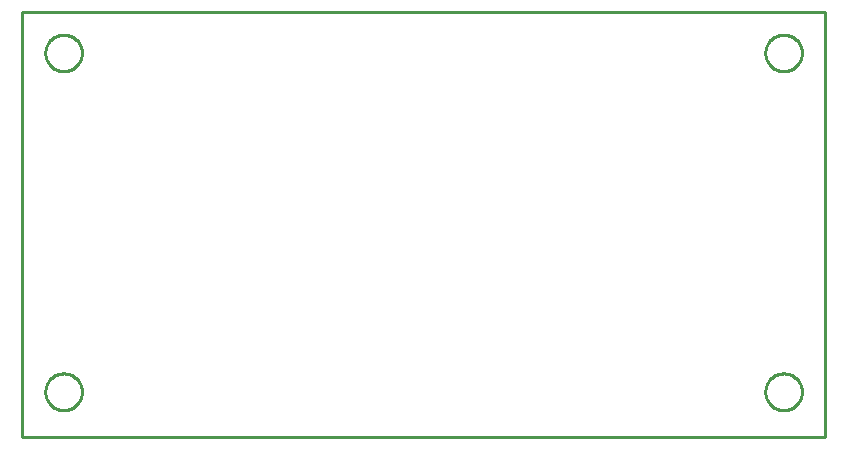
<source format=gbr>
G04 EAGLE Gerber RS-274X export*
G75*
%MOMM*%
%FSLAX34Y34*%
%LPD*%
%IN*%
%IPPOS*%
%AMOC8*
5,1,8,0,0,1.08239X$1,22.5*%
G01*
%ADD10C,0.254000*%


D10*
X0Y0D02*
X680000Y0D01*
X680000Y360000D01*
X0Y360000D01*
X0Y0D01*
X51060Y37546D02*
X50981Y36442D01*
X50823Y35346D01*
X50588Y34264D01*
X50276Y33202D01*
X49889Y32165D01*
X49429Y31158D01*
X48899Y30186D01*
X48300Y29254D01*
X47637Y28368D01*
X46912Y27531D01*
X46129Y26748D01*
X45292Y26023D01*
X44406Y25360D01*
X43474Y24761D01*
X42503Y24231D01*
X41495Y23771D01*
X40458Y23384D01*
X39396Y23072D01*
X38314Y22837D01*
X37218Y22679D01*
X36114Y22600D01*
X35006Y22600D01*
X33902Y22679D01*
X32806Y22837D01*
X31724Y23072D01*
X30662Y23384D01*
X29625Y23771D01*
X28618Y24231D01*
X27646Y24761D01*
X26714Y25360D01*
X25828Y26023D01*
X24991Y26748D01*
X24208Y27531D01*
X23483Y28368D01*
X22820Y29254D01*
X22221Y30186D01*
X21691Y31158D01*
X21231Y32165D01*
X20844Y33202D01*
X20532Y34264D01*
X20297Y35346D01*
X20139Y36442D01*
X20060Y37546D01*
X20060Y38654D01*
X20139Y39758D01*
X20297Y40854D01*
X20532Y41936D01*
X20844Y42998D01*
X21231Y44035D01*
X21691Y45043D01*
X22221Y46014D01*
X22820Y46946D01*
X23483Y47832D01*
X24208Y48669D01*
X24991Y49452D01*
X25828Y50177D01*
X26714Y50840D01*
X27646Y51439D01*
X28618Y51969D01*
X29625Y52429D01*
X30662Y52816D01*
X31724Y53128D01*
X32806Y53363D01*
X33902Y53521D01*
X35006Y53600D01*
X36114Y53600D01*
X37218Y53521D01*
X38314Y53363D01*
X39396Y53128D01*
X40458Y52816D01*
X41495Y52429D01*
X42503Y51969D01*
X43474Y51439D01*
X44406Y50840D01*
X45292Y50177D01*
X46129Y49452D01*
X46912Y48669D01*
X47637Y47832D01*
X48300Y46946D01*
X48899Y46014D01*
X49429Y45043D01*
X49889Y44035D01*
X50276Y42998D01*
X50588Y41936D01*
X50823Y40854D01*
X50981Y39758D01*
X51060Y38654D01*
X51060Y37546D01*
X51060Y324446D02*
X50981Y323342D01*
X50823Y322246D01*
X50588Y321164D01*
X50276Y320102D01*
X49889Y319065D01*
X49429Y318058D01*
X48899Y317086D01*
X48300Y316154D01*
X47637Y315268D01*
X46912Y314431D01*
X46129Y313648D01*
X45292Y312923D01*
X44406Y312260D01*
X43474Y311661D01*
X42503Y311131D01*
X41495Y310671D01*
X40458Y310284D01*
X39396Y309972D01*
X38314Y309737D01*
X37218Y309579D01*
X36114Y309500D01*
X35006Y309500D01*
X33902Y309579D01*
X32806Y309737D01*
X31724Y309972D01*
X30662Y310284D01*
X29625Y310671D01*
X28618Y311131D01*
X27646Y311661D01*
X26714Y312260D01*
X25828Y312923D01*
X24991Y313648D01*
X24208Y314431D01*
X23483Y315268D01*
X22820Y316154D01*
X22221Y317086D01*
X21691Y318058D01*
X21231Y319065D01*
X20844Y320102D01*
X20532Y321164D01*
X20297Y322246D01*
X20139Y323342D01*
X20060Y324446D01*
X20060Y325554D01*
X20139Y326658D01*
X20297Y327754D01*
X20532Y328836D01*
X20844Y329898D01*
X21231Y330935D01*
X21691Y331943D01*
X22221Y332914D01*
X22820Y333846D01*
X23483Y334732D01*
X24208Y335569D01*
X24991Y336352D01*
X25828Y337077D01*
X26714Y337740D01*
X27646Y338339D01*
X28618Y338869D01*
X29625Y339329D01*
X30662Y339716D01*
X31724Y340028D01*
X32806Y340263D01*
X33902Y340421D01*
X35006Y340500D01*
X36114Y340500D01*
X37218Y340421D01*
X38314Y340263D01*
X39396Y340028D01*
X40458Y339716D01*
X41495Y339329D01*
X42503Y338869D01*
X43474Y338339D01*
X44406Y337740D01*
X45292Y337077D01*
X46129Y336352D01*
X46912Y335569D01*
X47637Y334732D01*
X48300Y333846D01*
X48899Y332914D01*
X49429Y331943D01*
X49889Y330935D01*
X50276Y329898D01*
X50588Y328836D01*
X50823Y327754D01*
X50981Y326658D01*
X51060Y325554D01*
X51060Y324446D01*
X660660Y37546D02*
X660581Y36442D01*
X660423Y35346D01*
X660188Y34264D01*
X659876Y33202D01*
X659489Y32165D01*
X659029Y31158D01*
X658499Y30186D01*
X657900Y29254D01*
X657237Y28368D01*
X656512Y27531D01*
X655729Y26748D01*
X654892Y26023D01*
X654006Y25360D01*
X653074Y24761D01*
X652103Y24231D01*
X651095Y23771D01*
X650058Y23384D01*
X648996Y23072D01*
X647914Y22837D01*
X646818Y22679D01*
X645714Y22600D01*
X644606Y22600D01*
X643502Y22679D01*
X642406Y22837D01*
X641324Y23072D01*
X640262Y23384D01*
X639225Y23771D01*
X638218Y24231D01*
X637246Y24761D01*
X636314Y25360D01*
X635428Y26023D01*
X634591Y26748D01*
X633808Y27531D01*
X633083Y28368D01*
X632420Y29254D01*
X631821Y30186D01*
X631291Y31158D01*
X630831Y32165D01*
X630444Y33202D01*
X630132Y34264D01*
X629897Y35346D01*
X629739Y36442D01*
X629660Y37546D01*
X629660Y38654D01*
X629739Y39758D01*
X629897Y40854D01*
X630132Y41936D01*
X630444Y42998D01*
X630831Y44035D01*
X631291Y45043D01*
X631821Y46014D01*
X632420Y46946D01*
X633083Y47832D01*
X633808Y48669D01*
X634591Y49452D01*
X635428Y50177D01*
X636314Y50840D01*
X637246Y51439D01*
X638218Y51969D01*
X639225Y52429D01*
X640262Y52816D01*
X641324Y53128D01*
X642406Y53363D01*
X643502Y53521D01*
X644606Y53600D01*
X645714Y53600D01*
X646818Y53521D01*
X647914Y53363D01*
X648996Y53128D01*
X650058Y52816D01*
X651095Y52429D01*
X652103Y51969D01*
X653074Y51439D01*
X654006Y50840D01*
X654892Y50177D01*
X655729Y49452D01*
X656512Y48669D01*
X657237Y47832D01*
X657900Y46946D01*
X658499Y46014D01*
X659029Y45043D01*
X659489Y44035D01*
X659876Y42998D01*
X660188Y41936D01*
X660423Y40854D01*
X660581Y39758D01*
X660660Y38654D01*
X660660Y37546D01*
X660660Y324446D02*
X660581Y323342D01*
X660423Y322246D01*
X660188Y321164D01*
X659876Y320102D01*
X659489Y319065D01*
X659029Y318058D01*
X658499Y317086D01*
X657900Y316154D01*
X657237Y315268D01*
X656512Y314431D01*
X655729Y313648D01*
X654892Y312923D01*
X654006Y312260D01*
X653074Y311661D01*
X652103Y311131D01*
X651095Y310671D01*
X650058Y310284D01*
X648996Y309972D01*
X647914Y309737D01*
X646818Y309579D01*
X645714Y309500D01*
X644606Y309500D01*
X643502Y309579D01*
X642406Y309737D01*
X641324Y309972D01*
X640262Y310284D01*
X639225Y310671D01*
X638218Y311131D01*
X637246Y311661D01*
X636314Y312260D01*
X635428Y312923D01*
X634591Y313648D01*
X633808Y314431D01*
X633083Y315268D01*
X632420Y316154D01*
X631821Y317086D01*
X631291Y318058D01*
X630831Y319065D01*
X630444Y320102D01*
X630132Y321164D01*
X629897Y322246D01*
X629739Y323342D01*
X629660Y324446D01*
X629660Y325554D01*
X629739Y326658D01*
X629897Y327754D01*
X630132Y328836D01*
X630444Y329898D01*
X630831Y330935D01*
X631291Y331943D01*
X631821Y332914D01*
X632420Y333846D01*
X633083Y334732D01*
X633808Y335569D01*
X634591Y336352D01*
X635428Y337077D01*
X636314Y337740D01*
X637246Y338339D01*
X638218Y338869D01*
X639225Y339329D01*
X640262Y339716D01*
X641324Y340028D01*
X642406Y340263D01*
X643502Y340421D01*
X644606Y340500D01*
X645714Y340500D01*
X646818Y340421D01*
X647914Y340263D01*
X648996Y340028D01*
X650058Y339716D01*
X651095Y339329D01*
X652103Y338869D01*
X653074Y338339D01*
X654006Y337740D01*
X654892Y337077D01*
X655729Y336352D01*
X656512Y335569D01*
X657237Y334732D01*
X657900Y333846D01*
X658499Y332914D01*
X659029Y331943D01*
X659489Y330935D01*
X659876Y329898D01*
X660188Y328836D01*
X660423Y327754D01*
X660581Y326658D01*
X660660Y325554D01*
X660660Y324446D01*
M02*

</source>
